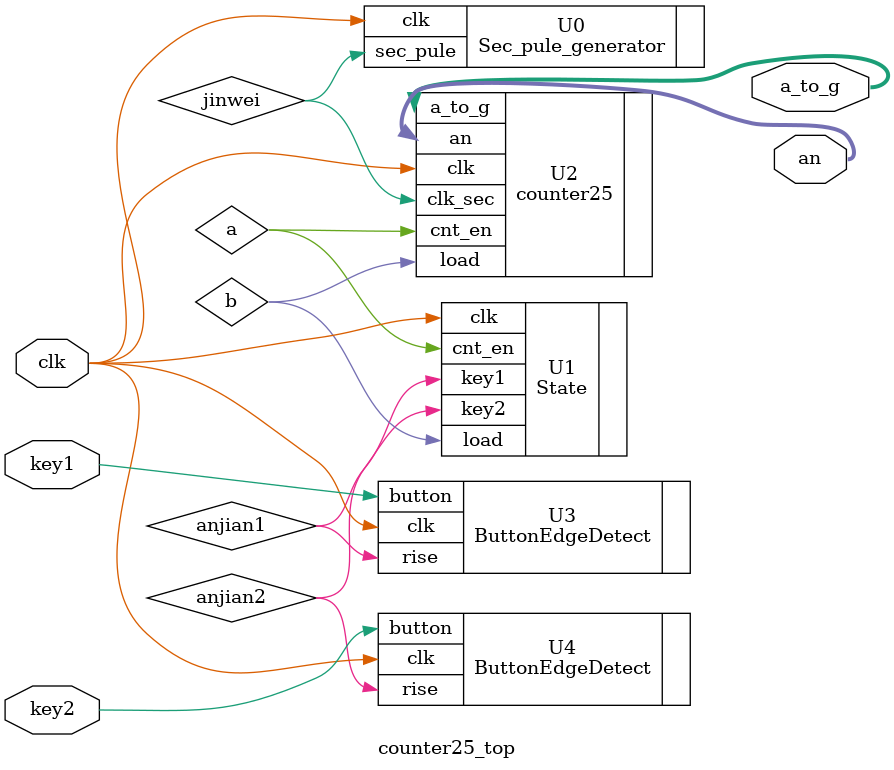
<source format=v>
`timescale 1ns / 1ps
module counter25_top(
input wire clk,
input wire key1,
input wire key2,
output wire[6:0]a_to_g,
output wire[3:0]an
    );
wire jinwei;
wire a;
wire b;
wire anjian1,anjian2;

Sec_pule_generator U0(
    .clk(clk),
    .sec_pule(jinwei)
);
ButtonEdgeDetect U3(
    .clk(clk),
    .button(key1),
    .rise(anjian1)
    );
ButtonEdgeDetect U4(
    .clk(clk),
    .button(key2),
    .rise(anjian2)
    );
State U1(
    .clk(clk),
    .key1(anjian1),
    .key2(anjian2),
    .cnt_en(a),
    .load(b)
);
counter25 U2(
    .clk_sec(jinwei),
    .clk(clk),
    .cnt_en(a),
    .load(b),
    .a_to_g(a_to_g),
    .an(an)      
     );
endmodule

</source>
